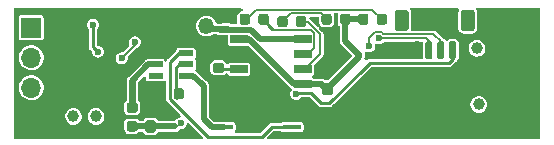
<source format=gbr>
%TF.GenerationSoftware,KiCad,Pcbnew,(5.99.0-3299-gfc1665ff2)*%
%TF.CreationDate,2020-09-21T16:58:29+07:00*%
%TF.ProjectId,smart_wristband,736d6172-745f-4777-9269-737462616e64,rev?*%
%TF.SameCoordinates,Original*%
%TF.FileFunction,Copper,L2,Bot*%
%TF.FilePolarity,Positive*%
%FSLAX46Y46*%
G04 Gerber Fmt 4.6, Leading zero omitted, Abs format (unit mm)*
G04 Created by KiCad (PCBNEW (5.99.0-3299-gfc1665ff2)) date 2020-09-21 16:58:29*
%MOMM*%
%LPD*%
G01*
G04 APERTURE LIST*
%TA.AperFunction,ComponentPad*%
%ADD10C,1.000000*%
%TD*%
%TA.AperFunction,ComponentPad*%
%ADD11R,1.700000X1.700000*%
%TD*%
%TA.AperFunction,ComponentPad*%
%ADD12O,1.700000X1.700000*%
%TD*%
%TA.AperFunction,SMDPad,CuDef*%
%ADD13R,1.350000X1.350000*%
%TD*%
%TA.AperFunction,SMDPad,CuDef*%
%ADD14O,1.350000X1.350000*%
%TD*%
%TA.AperFunction,SMDPad,CuDef*%
%ADD15R,1.560000X0.400000*%
%TD*%
%TA.AperFunction,SMDPad,CuDef*%
%ADD16R,1.200000X0.550000*%
%TD*%
%TA.AperFunction,SMDPad,CuDef*%
%ADD17R,1.500000X0.650000*%
%TD*%
%TA.AperFunction,ViaPad*%
%ADD18C,1.000000*%
%TD*%
%TA.AperFunction,ViaPad*%
%ADD19C,0.600000*%
%TD*%
%TA.AperFunction,Conductor*%
%ADD20C,0.150000*%
%TD*%
%TA.AperFunction,Conductor*%
%ADD21C,0.254000*%
%TD*%
%TA.AperFunction,Conductor*%
%ADD22C,0.500000*%
%TD*%
G04 APERTURE END LIST*
%TO.P,J5,MP*%
%TO.N,N/C*%
%TA.AperFunction,SMDPad,CuDef*%
G36*
G01*
X136100000Y-91575000D02*
X136100000Y-92875000D01*
G75*
G02*
X135850000Y-93125000I-250000J0D01*
G01*
X135150000Y-93125000D01*
G75*
G02*
X134900000Y-92875000I0J250000D01*
G01*
X134900000Y-91575000D01*
G75*
G02*
X135150000Y-91325000I250000J0D01*
G01*
X135850000Y-91325000D01*
G75*
G02*
X136100000Y-91575000I0J-250000D01*
G01*
G37*
%TD.AperFunction*%
%TA.AperFunction,SMDPad,CuDef*%
G36*
G01*
X141700000Y-91575000D02*
X141700000Y-92875000D01*
G75*
G02*
X141450000Y-93125000I-250000J0D01*
G01*
X140750000Y-93125000D01*
G75*
G02*
X140500000Y-92875000I0J250000D01*
G01*
X140500000Y-91575000D01*
G75*
G02*
X140750000Y-91325000I250000J0D01*
G01*
X141450000Y-91325000D01*
G75*
G02*
X141700000Y-91575000I0J-250000D01*
G01*
G37*
%TD.AperFunction*%
%TO.P,J5,4,Pin_4*%
%TO.N,GND*%
%TA.AperFunction,SMDPad,CuDef*%
G36*
G01*
X137100000Y-94125000D02*
X137100000Y-95375000D01*
G75*
G02*
X136950000Y-95525000I-150000J0D01*
G01*
X136650000Y-95525000D01*
G75*
G02*
X136500000Y-95375000I0J150000D01*
G01*
X136500000Y-94125000D01*
G75*
G02*
X136650000Y-93975000I150000J0D01*
G01*
X136950000Y-93975000D01*
G75*
G02*
X137100000Y-94125000I0J-150000D01*
G01*
G37*
%TD.AperFunction*%
%TO.P,J5,3,Pin_3*%
%TO.N,USB_DP*%
%TA.AperFunction,SMDPad,CuDef*%
G36*
G01*
X138100000Y-94125000D02*
X138100000Y-95375000D01*
G75*
G02*
X137950000Y-95525000I-150000J0D01*
G01*
X137650000Y-95525000D01*
G75*
G02*
X137500000Y-95375000I0J150000D01*
G01*
X137500000Y-94125000D01*
G75*
G02*
X137650000Y-93975000I150000J0D01*
G01*
X137950000Y-93975000D01*
G75*
G02*
X138100000Y-94125000I0J-150000D01*
G01*
G37*
%TD.AperFunction*%
%TO.P,J5,2,Pin_2*%
%TO.N,USB_DM*%
%TA.AperFunction,SMDPad,CuDef*%
G36*
G01*
X139100000Y-94125000D02*
X139100000Y-95375000D01*
G75*
G02*
X138950000Y-95525000I-150000J0D01*
G01*
X138650000Y-95525000D01*
G75*
G02*
X138500000Y-95375000I0J150000D01*
G01*
X138500000Y-94125000D01*
G75*
G02*
X138650000Y-93975000I150000J0D01*
G01*
X138950000Y-93975000D01*
G75*
G02*
X139100000Y-94125000I0J-150000D01*
G01*
G37*
%TD.AperFunction*%
%TO.P,J5,1,Pin_1*%
%TO.N,+3V3*%
%TA.AperFunction,SMDPad,CuDef*%
G36*
G01*
X140100000Y-94125000D02*
X140100000Y-95375000D01*
G75*
G02*
X139950000Y-95525000I-150000J0D01*
G01*
X139650000Y-95525000D01*
G75*
G02*
X139500000Y-95375000I0J150000D01*
G01*
X139500000Y-94125000D01*
G75*
G02*
X139650000Y-93975000I150000J0D01*
G01*
X139950000Y-93975000D01*
G75*
G02*
X140100000Y-94125000I0J-150000D01*
G01*
G37*
%TD.AperFunction*%
%TD*%
D10*
%TO.P,Y1,1,1*%
%TO.N,Net-(C4-Pad2)*%
X109600000Y-100350000D03*
%TO.P,Y1,2,2*%
%TO.N,Net-(C3-Pad2)*%
X107700000Y-100350000D03*
%TD*%
D11*
%TO.P,J2,1,Pin_1*%
%TO.N,+3V3*%
X104125000Y-92825000D03*
D12*
%TO.P,J2,2,Pin_2*%
%TO.N,SDA*%
X104125000Y-95365000D03*
%TO.P,J2,3,Pin_3*%
%TO.N,SCL*%
X104125000Y-97905000D03*
%TO.P,J2,4,Pin_4*%
%TO.N,GND*%
X104125000Y-100445000D03*
%TD*%
%TO.P,D1,1,K*%
%TO.N,Net-(D1-Pad1)*%
%TA.AperFunction,SMDPad,CuDef*%
G36*
G01*
X127400000Y-92068750D02*
X127400000Y-92581250D01*
G75*
G02*
X127181250Y-92800000I-218750J0D01*
G01*
X126743750Y-92800000D01*
G75*
G02*
X126525000Y-92581250I0J218750D01*
G01*
X126525000Y-92068750D01*
G75*
G02*
X126743750Y-91850000I218750J0D01*
G01*
X127181250Y-91850000D01*
G75*
G02*
X127400000Y-92068750I0J-218750D01*
G01*
G37*
%TD.AperFunction*%
%TO.P,D1,2,A*%
%TO.N,Net-(D1-Pad2)*%
%TA.AperFunction,SMDPad,CuDef*%
G36*
G01*
X125825000Y-92068750D02*
X125825000Y-92581250D01*
G75*
G02*
X125606250Y-92800000I-218750J0D01*
G01*
X125168750Y-92800000D01*
G75*
G02*
X124950000Y-92581250I0J218750D01*
G01*
X124950000Y-92068750D01*
G75*
G02*
X125168750Y-91850000I218750J0D01*
G01*
X125606250Y-91850000D01*
G75*
G02*
X125825000Y-92068750I0J-218750D01*
G01*
G37*
%TD.AperFunction*%
%TD*%
%TO.P,R4,1*%
%TO.N,Vdrive*%
%TA.AperFunction,SMDPad,CuDef*%
G36*
G01*
X112931250Y-101625000D02*
X112418750Y-101625000D01*
G75*
G02*
X112200000Y-101406250I0J218750D01*
G01*
X112200000Y-100968750D01*
G75*
G02*
X112418750Y-100750000I218750J0D01*
G01*
X112931250Y-100750000D01*
G75*
G02*
X113150000Y-100968750I0J-218750D01*
G01*
X113150000Y-101406250D01*
G75*
G02*
X112931250Y-101625000I-218750J0D01*
G01*
G37*
%TD.AperFunction*%
%TO.P,R4,2*%
%TO.N,Net-(IC2-Pad5)*%
%TA.AperFunction,SMDPad,CuDef*%
G36*
G01*
X112931250Y-100050000D02*
X112418750Y-100050000D01*
G75*
G02*
X112200000Y-99831250I0J218750D01*
G01*
X112200000Y-99393750D01*
G75*
G02*
X112418750Y-99175000I218750J0D01*
G01*
X112931250Y-99175000D01*
G75*
G02*
X113150000Y-99393750I0J-218750D01*
G01*
X113150000Y-99831250D01*
G75*
G02*
X112931250Y-100050000I-218750J0D01*
G01*
G37*
%TD.AperFunction*%
%TD*%
%TO.P,R7,1*%
%TO.N,+5V*%
%TA.AperFunction,SMDPad,CuDef*%
G36*
G01*
X131800000Y-92381250D02*
X131800000Y-91868750D01*
G75*
G02*
X132018750Y-91650000I218750J0D01*
G01*
X132456250Y-91650000D01*
G75*
G02*
X132675000Y-91868750I0J-218750D01*
G01*
X132675000Y-92381250D01*
G75*
G02*
X132456250Y-92600000I-218750J0D01*
G01*
X132018750Y-92600000D01*
G75*
G02*
X131800000Y-92381250I0J218750D01*
G01*
G37*
%TD.AperFunction*%
%TO.P,R7,2*%
%TO.N,Net-(D2-Pad2)*%
%TA.AperFunction,SMDPad,CuDef*%
G36*
G01*
X133375000Y-92381250D02*
X133375000Y-91868750D01*
G75*
G02*
X133593750Y-91650000I218750J0D01*
G01*
X134031250Y-91650000D01*
G75*
G02*
X134250000Y-91868750I0J-218750D01*
G01*
X134250000Y-92381250D01*
G75*
G02*
X134031250Y-92600000I-218750J0D01*
G01*
X133593750Y-92600000D01*
G75*
G02*
X133375000Y-92381250I0J218750D01*
G01*
G37*
%TD.AperFunction*%
%TD*%
D13*
%TO.P,J4,1,Pin_1*%
%TO.N,GND*%
X116950000Y-92700000D03*
D14*
%TO.P,J4,2,Pin_2*%
%TO.N,Net-(C10-Pad1)*%
X118950000Y-92700000D03*
%TD*%
%TO.P,C10,1*%
%TO.N,Net-(C10-Pad1)*%
%TA.AperFunction,SMDPad,CuDef*%
G36*
G01*
X120772500Y-93245000D02*
X120427500Y-93245000D01*
G75*
G02*
X120280000Y-93097500I0J147500D01*
G01*
X120280000Y-92802500D01*
G75*
G02*
X120427500Y-92655000I147500J0D01*
G01*
X120772500Y-92655000D01*
G75*
G02*
X120920000Y-92802500I0J-147500D01*
G01*
X120920000Y-93097500D01*
G75*
G02*
X120772500Y-93245000I-147500J0D01*
G01*
G37*
%TD.AperFunction*%
%TO.P,C10,2*%
%TO.N,GND*%
%TA.AperFunction,SMDPad,CuDef*%
G36*
G01*
X120772500Y-92275000D02*
X120427500Y-92275000D01*
G75*
G02*
X120280000Y-92127500I0J147500D01*
G01*
X120280000Y-91832500D01*
G75*
G02*
X120427500Y-91685000I147500J0D01*
G01*
X120772500Y-91685000D01*
G75*
G02*
X120920000Y-91832500I0J-147500D01*
G01*
X120920000Y-92127500D01*
G75*
G02*
X120772500Y-92275000I-147500J0D01*
G01*
G37*
%TD.AperFunction*%
%TD*%
D15*
%TO.P,Q1,1*%
%TO.N,GND*%
X126205000Y-99300000D03*
%TO.P,Q1,2*%
X126205000Y-99950000D03*
%TO.P,Q1,3*%
X126205000Y-100600000D03*
%TO.P,Q1,4*%
%TO.N,Net-(IC2-Pad1)*%
X126205000Y-101250000D03*
%TO.P,Q1,5*%
%TO.N,Net-(IC2-Pad3)*%
X120445000Y-101250000D03*
%TO.P,Q1,6*%
%TO.N,GND*%
X120445000Y-100600000D03*
%TO.P,Q1,7*%
X120445000Y-99950000D03*
%TO.P,Q1,8*%
X120445000Y-99300000D03*
%TD*%
%TO.P,C5,1*%
%TO.N,+5V*%
%TA.AperFunction,SMDPad,CuDef*%
G36*
G01*
X129437500Y-98550000D02*
X128962500Y-98550000D01*
G75*
G02*
X128725000Y-98312500I0J237500D01*
G01*
X128725000Y-97737500D01*
G75*
G02*
X128962500Y-97500000I237500J0D01*
G01*
X129437500Y-97500000D01*
G75*
G02*
X129675000Y-97737500I0J-237500D01*
G01*
X129675000Y-98312500D01*
G75*
G02*
X129437500Y-98550000I-237500J0D01*
G01*
G37*
%TD.AperFunction*%
%TO.P,C5,2*%
%TO.N,GND*%
%TA.AperFunction,SMDPad,CuDef*%
G36*
G01*
X129437500Y-96800000D02*
X128962500Y-96800000D01*
G75*
G02*
X128725000Y-96562500I0J237500D01*
G01*
X128725000Y-95987500D01*
G75*
G02*
X128962500Y-95750000I237500J0D01*
G01*
X129437500Y-95750000D01*
G75*
G02*
X129675000Y-95987500I0J-237500D01*
G01*
X129675000Y-96562500D01*
G75*
G02*
X129437500Y-96800000I-237500J0D01*
G01*
G37*
%TD.AperFunction*%
%TD*%
%TO.P,D2,1,K*%
%TO.N,Net-(D2-Pad1)*%
%TA.AperFunction,SMDPad,CuDef*%
G36*
G01*
X124225000Y-91868750D02*
X124225000Y-92381250D01*
G75*
G02*
X124006250Y-92600000I-218750J0D01*
G01*
X123568750Y-92600000D01*
G75*
G02*
X123350000Y-92381250I0J218750D01*
G01*
X123350000Y-91868750D01*
G75*
G02*
X123568750Y-91650000I218750J0D01*
G01*
X124006250Y-91650000D01*
G75*
G02*
X124225000Y-91868750I0J-218750D01*
G01*
G37*
%TD.AperFunction*%
%TO.P,D2,2,A*%
%TO.N,Net-(D2-Pad2)*%
%TA.AperFunction,SMDPad,CuDef*%
G36*
G01*
X122650000Y-91868750D02*
X122650000Y-92381250D01*
G75*
G02*
X122431250Y-92600000I-218750J0D01*
G01*
X121993750Y-92600000D01*
G75*
G02*
X121775000Y-92381250I0J218750D01*
G01*
X121775000Y-91868750D01*
G75*
G02*
X121993750Y-91650000I218750J0D01*
G01*
X122431250Y-91650000D01*
G75*
G02*
X122650000Y-91868750I0J-218750D01*
G01*
G37*
%TD.AperFunction*%
%TD*%
%TO.P,R6,1*%
%TO.N,+5V*%
%TA.AperFunction,SMDPad,CuDef*%
G36*
G01*
X131150000Y-91868750D02*
X131150000Y-92381250D01*
G75*
G02*
X130931250Y-92600000I-218750J0D01*
G01*
X130493750Y-92600000D01*
G75*
G02*
X130275000Y-92381250I0J218750D01*
G01*
X130275000Y-91868750D01*
G75*
G02*
X130493750Y-91650000I218750J0D01*
G01*
X130931250Y-91650000D01*
G75*
G02*
X131150000Y-91868750I0J-218750D01*
G01*
G37*
%TD.AperFunction*%
%TO.P,R6,2*%
%TO.N,Net-(D1-Pad2)*%
%TA.AperFunction,SMDPad,CuDef*%
G36*
G01*
X129575000Y-91868750D02*
X129575000Y-92381250D01*
G75*
G02*
X129356250Y-92600000I-218750J0D01*
G01*
X128918750Y-92600000D01*
G75*
G02*
X128700000Y-92381250I0J218750D01*
G01*
X128700000Y-91868750D01*
G75*
G02*
X128918750Y-91650000I218750J0D01*
G01*
X129356250Y-91650000D01*
G75*
G02*
X129575000Y-91868750I0J-218750D01*
G01*
G37*
%TD.AperFunction*%
%TD*%
D16*
%TO.P,IC2,1,OD*%
%TO.N,Net-(IC2-Pad1)*%
X117250000Y-95000000D03*
%TO.P,IC2,2,CS*%
%TO.N,Net-(IC2-Pad2)*%
X117250000Y-95950000D03*
%TO.P,IC2,3,OC*%
%TO.N,Net-(IC2-Pad3)*%
X117250000Y-96900000D03*
%TO.P,IC2,4,TD*%
%TO.N,Net-(IC2-Pad4)*%
X114650000Y-96900000D03*
%TO.P,IC2,5,VCC*%
%TO.N,Net-(IC2-Pad5)*%
X114650000Y-95950000D03*
%TO.P,IC2,6,GND*%
%TO.N,GND*%
X114650000Y-95000000D03*
%TD*%
%TO.P,R3,1*%
%TO.N,Net-(IC1-Pad2)*%
%TA.AperFunction,SMDPad,CuDef*%
G36*
G01*
X119718750Y-95800000D02*
X120231250Y-95800000D01*
G75*
G02*
X120450000Y-96018750I0J-218750D01*
G01*
X120450000Y-96456250D01*
G75*
G02*
X120231250Y-96675000I-218750J0D01*
G01*
X119718750Y-96675000D01*
G75*
G02*
X119500000Y-96456250I0J218750D01*
G01*
X119500000Y-96018750D01*
G75*
G02*
X119718750Y-95800000I218750J0D01*
G01*
G37*
%TD.AperFunction*%
%TO.P,R3,2*%
%TO.N,GND*%
%TA.AperFunction,SMDPad,CuDef*%
G36*
G01*
X119718750Y-97375000D02*
X120231250Y-97375000D01*
G75*
G02*
X120450000Y-97593750I0J-218750D01*
G01*
X120450000Y-98031250D01*
G75*
G02*
X120231250Y-98250000I-218750J0D01*
G01*
X119718750Y-98250000D01*
G75*
G02*
X119500000Y-98031250I0J218750D01*
G01*
X119500000Y-97593750D01*
G75*
G02*
X119718750Y-97375000I218750J0D01*
G01*
G37*
%TD.AperFunction*%
%TD*%
D17*
%TO.P,IC1,1,TEMP*%
%TO.N,GND*%
X121725000Y-97630000D03*
%TO.P,IC1,2,PROG*%
%TO.N,Net-(IC1-Pad2)*%
X121725000Y-96360000D03*
%TO.P,IC1,3,GND*%
%TO.N,GND*%
X121725000Y-95090000D03*
%TO.P,IC1,4,VCC*%
%TO.N,+5V*%
X121725000Y-93820000D03*
%TO.P,IC1,5,BAT*%
%TO.N,Net-(C10-Pad1)*%
X127125000Y-93820000D03*
%TO.P,IC1,6,STDBY*%
%TO.N,Net-(D2-Pad1)*%
X127125000Y-95090000D03*
%TO.P,IC1,7,CHRG*%
%TO.N,Net-(D1-Pad1)*%
X127125000Y-96360000D03*
%TO.P,IC1,8,CE*%
%TO.N,+5V*%
X127125000Y-97630000D03*
%TD*%
%TO.P,R5,1*%
%TO.N,Net-(IC2-Pad2)*%
%TA.AperFunction,SMDPad,CuDef*%
G36*
G01*
X117050000Y-98168750D02*
X117050000Y-98681250D01*
G75*
G02*
X116831250Y-98900000I-218750J0D01*
G01*
X116393750Y-98900000D01*
G75*
G02*
X116175000Y-98681250I0J218750D01*
G01*
X116175000Y-98168750D01*
G75*
G02*
X116393750Y-97950000I218750J0D01*
G01*
X116831250Y-97950000D01*
G75*
G02*
X117050000Y-98168750I0J-218750D01*
G01*
G37*
%TD.AperFunction*%
%TO.P,R5,2*%
%TO.N,GND*%
%TA.AperFunction,SMDPad,CuDef*%
G36*
G01*
X115475000Y-98168750D02*
X115475000Y-98681250D01*
G75*
G02*
X115256250Y-98900000I-218750J0D01*
G01*
X114818750Y-98900000D01*
G75*
G02*
X114600000Y-98681250I0J218750D01*
G01*
X114600000Y-98168750D01*
G75*
G02*
X114818750Y-97950000I218750J0D01*
G01*
X115256250Y-97950000D01*
G75*
G02*
X115475000Y-98168750I0J-218750D01*
G01*
G37*
%TD.AperFunction*%
%TD*%
%TO.P,C8,1*%
%TO.N,Vdrive*%
%TA.AperFunction,SMDPad,CuDef*%
G36*
G01*
X114462500Y-101725000D02*
X113987500Y-101725000D01*
G75*
G02*
X113750000Y-101487500I0J237500D01*
G01*
X113750000Y-100912500D01*
G75*
G02*
X113987500Y-100675000I237500J0D01*
G01*
X114462500Y-100675000D01*
G75*
G02*
X114700000Y-100912500I0J-237500D01*
G01*
X114700000Y-101487500D01*
G75*
G02*
X114462500Y-101725000I-237500J0D01*
G01*
G37*
%TD.AperFunction*%
%TO.P,C8,2*%
%TO.N,GND*%
%TA.AperFunction,SMDPad,CuDef*%
G36*
G01*
X114462500Y-99975000D02*
X113987500Y-99975000D01*
G75*
G02*
X113750000Y-99737500I0J237500D01*
G01*
X113750000Y-99162500D01*
G75*
G02*
X113987500Y-98925000I237500J0D01*
G01*
X114462500Y-98925000D01*
G75*
G02*
X114700000Y-99162500I0J-237500D01*
G01*
X114700000Y-99737500D01*
G75*
G02*
X114462500Y-99975000I-237500J0D01*
G01*
G37*
%TD.AperFunction*%
%TD*%
D18*
%TO.N,CAP_Touch1*%
X142000000Y-99325000D03*
%TO.N,CAP_Touch*%
X141875000Y-94575000D03*
D19*
%TO.N,GND*%
X120600000Y-91925000D03*
X133650000Y-94800000D03*
X122450000Y-100600000D03*
X111775000Y-92275000D03*
X110850000Y-96050000D03*
X121975000Y-99775000D03*
X127850000Y-99435000D03*
%TO.N,+3V3*%
X126562500Y-98462500D03*
%TO.N,GND*%
X116000000Y-94625000D03*
X119975000Y-99875000D03*
%TO.N,USB_DM*%
X132750000Y-94425000D03*
%TO.N,USB_DP*%
X133550010Y-93749990D03*
%TO.N,GND*%
X115825000Y-99775000D03*
X114225000Y-99450000D03*
X122150000Y-97630000D03*
X114225000Y-98625000D03*
X134075000Y-100975000D03*
X109975000Y-96025000D03*
X129450000Y-93800000D03*
X110992500Y-100942500D03*
X116425000Y-92250000D03*
%TO.N,SDA*%
X112887500Y-94062500D03*
X111777500Y-95425000D03*
%TO.N,SCL*%
X109754278Y-94875000D03*
X109360000Y-92600000D03*
%TO.N,+5V*%
X131900000Y-95175000D03*
%TO.N,Vdrive*%
X116775000Y-100925000D03*
%TD*%
D20*
%TO.N,Net-(D2-Pad1)*%
X123787500Y-92125000D02*
X124687510Y-93025010D01*
X124687510Y-93025010D02*
X127810012Y-93025010D01*
X127810012Y-93025010D02*
X128100001Y-93314999D01*
X128100001Y-93314999D02*
X128100001Y-94539999D01*
X128100001Y-94539999D02*
X127550000Y-95090000D01*
X127550000Y-95090000D02*
X127125000Y-95090000D01*
%TO.N,Net-(D1-Pad1)*%
X126962500Y-92325000D02*
X127534280Y-92325000D01*
X127534280Y-92325000D02*
X128600010Y-93390730D01*
X128600010Y-93390730D02*
X128600010Y-95094992D01*
X128600010Y-95094992D02*
X127335002Y-96360000D01*
X127335002Y-96360000D02*
X127125000Y-96360000D01*
D21*
%TO.N,GND*%
X122450000Y-100600000D02*
X126205000Y-100600000D01*
%TO.N,+3V3*%
X128675000Y-99200000D02*
X127825000Y-98350000D01*
X129281614Y-99200000D02*
X128675000Y-99200000D01*
X127825000Y-98350000D02*
X126625000Y-98350000D01*
X132175000Y-96400000D02*
X129450000Y-99125000D01*
X129450000Y-99125000D02*
X129375000Y-99200000D01*
X129375000Y-99200000D02*
X129281614Y-99200000D01*
X132772990Y-95802010D02*
X132175000Y-96400000D01*
X134352010Y-95802010D02*
X132772990Y-95802010D01*
X139522990Y-95802010D02*
X134352010Y-95802010D01*
X139800000Y-95525000D02*
X139522990Y-95802010D01*
X139800000Y-94750000D02*
X139800000Y-95525000D01*
%TO.N,GND*%
X119975000Y-99875000D02*
X119975000Y-100130000D01*
D20*
%TO.N,USB_DM*%
X133802011Y-93224989D02*
X133200011Y-93224989D01*
X132750000Y-94425000D02*
X132750000Y-93675000D01*
X132750000Y-93675000D02*
X133200011Y-93224989D01*
D22*
%TO.N,+5V*%
X130712500Y-92125000D02*
X130712500Y-93987500D01*
X130712500Y-93987500D02*
X131900000Y-95175000D01*
D20*
%TO.N,USB_DM*%
X133927032Y-93350010D02*
X133802011Y-93224989D01*
X138175010Y-93350010D02*
X133927032Y-93350010D01*
X138250000Y-93425000D02*
X138175010Y-93350010D01*
D22*
%TO.N,+5V*%
X132237500Y-92125000D02*
X130712500Y-92125000D01*
D20*
%TO.N,Net-(D2-Pad2)*%
X131437480Y-91324980D02*
X130975020Y-91324980D01*
X130975020Y-91324980D02*
X123175020Y-91324980D01*
X133812500Y-92125000D02*
X133012480Y-91324980D01*
X133012480Y-91324980D02*
X130975020Y-91324980D01*
%TO.N,USB_DM*%
X138800000Y-93975000D02*
X138250000Y-93425000D01*
X138800000Y-94750000D02*
X138800000Y-93975000D01*
%TO.N,USB_DP*%
X137574990Y-93749990D02*
X133550010Y-93749990D01*
X137800000Y-93975000D02*
X137574990Y-93749990D01*
X137800000Y-94750000D02*
X137800000Y-93975000D01*
D21*
%TO.N,GND*%
X121725000Y-95090000D02*
X118702176Y-95090000D01*
X121725000Y-97630000D02*
X120157500Y-97630000D01*
D22*
X114225000Y-99237500D02*
X115037500Y-98425000D01*
D21*
X118702176Y-95090000D02*
X117887176Y-94275000D01*
X122752001Y-97027999D02*
X122150000Y-97630000D01*
D22*
X114225000Y-99450000D02*
X114225000Y-99237500D01*
D21*
X126205000Y-99470000D02*
X126205000Y-99300000D01*
X120445000Y-100600000D02*
X122450000Y-100600000D01*
X117350000Y-92250000D02*
X117350000Y-93785000D01*
X122150000Y-97630000D02*
X121725000Y-97630000D01*
X117887176Y-94275000D02*
X117840000Y-94275000D01*
X119975000Y-97812500D02*
X119975000Y-99875000D01*
X117350000Y-93785000D02*
X117840000Y-94275000D01*
D22*
X118780700Y-95090000D02*
X116950000Y-93259300D01*
X121725000Y-95090000D02*
X118780700Y-95090000D01*
D21*
X122150000Y-95090000D02*
X122752001Y-95692001D01*
X126205000Y-100600000D02*
X126205000Y-99470000D01*
X122752001Y-95692001D02*
X122752001Y-97027999D01*
X119975000Y-100130000D02*
X120445000Y-100600000D01*
X121725000Y-95090000D02*
X122150000Y-95090000D01*
X120157500Y-97630000D02*
X119975000Y-97812500D01*
D22*
X116950000Y-93259300D02*
X116950000Y-92700000D01*
D20*
%TO.N,SDA*%
X112887500Y-94315000D02*
X112887500Y-94062500D01*
X111777500Y-95425000D02*
X112887500Y-94315000D01*
D21*
%TO.N,SCL*%
X109360000Y-92600000D02*
X109360000Y-94480722D01*
X109360000Y-94480722D02*
X109754278Y-94875000D01*
D22*
%TO.N,+5V*%
X129200000Y-98025000D02*
X129025000Y-98025000D01*
X128705000Y-97630000D02*
X127125000Y-97630000D01*
X126410750Y-97630000D02*
X127125000Y-97630000D01*
D20*
X129445000Y-97630000D02*
X128705000Y-97630000D01*
D21*
X127130000Y-97635000D02*
X127125000Y-97630000D01*
D22*
X121725000Y-93820000D02*
X122600750Y-93820000D01*
X131900000Y-95325000D02*
X129200000Y-98025000D01*
D21*
X129200000Y-97635000D02*
X129440000Y-97635000D01*
D20*
X131900000Y-95175000D02*
X129445000Y-97630000D01*
D21*
X129440000Y-97635000D02*
X131900000Y-95175000D01*
D22*
X129025000Y-98025000D02*
X128635000Y-97635000D01*
D21*
X128635000Y-97635000D02*
X127130000Y-97635000D01*
D22*
X122600750Y-93820000D02*
X126410750Y-97630000D01*
D21*
X129200000Y-97635000D02*
X128635000Y-97635000D01*
D22*
X131900000Y-95175000D02*
X131900000Y-95325000D01*
%TO.N,Net-(C10-Pad1)*%
X123520002Y-93820000D02*
X122700012Y-93000010D01*
X122700012Y-93000010D02*
X120100010Y-93000010D01*
X119200000Y-92950000D02*
X118950000Y-92700000D01*
X127125000Y-93820000D02*
X123520002Y-93820000D01*
X120600000Y-92950000D02*
X119200000Y-92950000D01*
D21*
X125355000Y-93820000D02*
X127125000Y-93820000D01*
D20*
%TO.N,Net-(D2-Pad1)*%
X124550010Y-93025010D02*
X123800000Y-92275000D01*
X127810012Y-93025010D02*
X124550010Y-93025010D01*
D21*
%TO.N,Net-(IC1-Pad2)*%
X121725000Y-96360000D02*
X120097500Y-96360000D01*
X120097500Y-96360000D02*
X119975000Y-96237500D01*
%TO.N,Net-(IC2-Pad5)*%
X114050000Y-95950000D02*
X112850000Y-97150000D01*
D22*
X114650000Y-95950000D02*
X114050000Y-95950000D01*
D21*
X112850000Y-97650000D02*
X112850000Y-99675000D01*
D22*
X114050000Y-95950000D02*
X112675000Y-97325000D01*
X112675000Y-97325000D02*
X112675000Y-99612500D01*
D21*
X112850000Y-97500000D02*
X112850000Y-97650000D01*
X112850000Y-97150000D02*
X112850000Y-97650000D01*
X112850000Y-99675000D02*
X112950000Y-99775000D01*
%TO.N,Net-(IC2-Pad2)*%
X116650000Y-95950000D02*
X116372990Y-96227010D01*
X117250000Y-95950000D02*
X116650000Y-95950000D01*
X116372990Y-98710490D02*
X116437500Y-98775000D01*
X116372990Y-96227010D02*
X116372990Y-98185490D01*
X116372990Y-98185490D02*
X116612500Y-98425000D01*
D22*
%TO.N,Net-(IC2-Pad3)*%
X119411000Y-101250000D02*
X118755500Y-100594500D01*
X117250000Y-96900000D02*
X117850000Y-96900000D01*
X117850000Y-96900000D02*
X118575000Y-97625000D01*
X117250000Y-96900000D02*
X117775000Y-96900000D01*
X120445000Y-101250000D02*
X119411000Y-101250000D01*
D21*
X117775000Y-96900000D02*
X117850000Y-96900000D01*
X118575000Y-97625000D02*
X118200000Y-97250000D01*
D22*
X118575000Y-97625000D02*
X118755500Y-97805500D01*
X118755500Y-97805500D02*
X118755500Y-100594500D01*
D21*
%TO.N,Net-(IC2-Pad1)*%
X119082720Y-102075000D02*
X115897990Y-98890270D01*
X123650000Y-102075000D02*
X119082720Y-102075000D01*
X124475000Y-101250000D02*
X123650000Y-102075000D01*
X115897990Y-95752010D02*
X116650000Y-95000000D01*
X116650000Y-95000000D02*
X117250000Y-95000000D01*
X126205000Y-101250000D02*
X124475000Y-101250000D01*
X115897990Y-98890270D02*
X115897990Y-95752010D01*
D22*
%TO.N,Vdrive*%
X114225000Y-101200000D02*
X116325000Y-101200000D01*
D21*
X114225000Y-101200000D02*
X115050000Y-101200000D01*
D22*
X112675000Y-101187500D02*
X114212500Y-101187500D01*
X114212500Y-101187500D02*
X114225000Y-101200000D01*
D20*
%TO.N,Net-(D1-Pad2)*%
X128637490Y-91624990D02*
X126087510Y-91624990D01*
X129137500Y-92125000D02*
X128637490Y-91624990D01*
X126087510Y-91624990D02*
X125387500Y-92325000D01*
%TO.N,Net-(D2-Pad2)*%
X123175020Y-91324980D02*
X122225000Y-92275000D01*
%TD*%
%TA.AperFunction,Conductor*%
%TO.N,GND*%
G36*
X121994311Y-91220502D02*
G01*
X122040804Y-91274158D01*
X122050908Y-91344432D01*
X122021414Y-91409012D01*
X121955038Y-91449153D01*
X121804365Y-91484591D01*
X121677266Y-91580572D01*
X121593422Y-91715983D01*
X121593422Y-91715984D01*
X121571536Y-91833065D01*
X121571536Y-92408834D01*
X121604622Y-92549510D01*
X121024396Y-92549510D01*
X120907854Y-92471639D01*
X120804506Y-92451082D01*
X120395494Y-92451082D01*
X120292145Y-92471639D01*
X120250449Y-92499500D01*
X119821261Y-92499500D01*
X119755450Y-92357073D01*
X119704444Y-92246685D01*
X119589501Y-92095254D01*
X119444723Y-91972038D01*
X119388770Y-91942287D01*
X119276865Y-91882785D01*
X119215826Y-91865743D01*
X119093753Y-91831660D01*
X119060573Y-91829805D01*
X118903937Y-91821046D01*
X118716270Y-91851442D01*
X118553256Y-91915984D01*
X118539506Y-91921428D01*
X118381895Y-92027738D01*
X118381893Y-92027740D01*
X118250792Y-92165409D01*
X118250791Y-92165411D01*
X118250789Y-92165413D01*
X118201569Y-92246685D01*
X118152304Y-92328031D01*
X118091038Y-92507998D01*
X118069846Y-92696928D01*
X118089719Y-92886002D01*
X118149727Y-93066393D01*
X118233512Y-93206943D01*
X118247074Y-93229693D01*
X118377215Y-93368279D01*
X118534080Y-93475687D01*
X118710350Y-93546905D01*
X118897801Y-93578610D01*
X119070770Y-93570150D01*
X119087689Y-93569323D01*
X119209996Y-93536092D01*
X119271150Y-93519477D01*
X119355389Y-93475438D01*
X119439630Y-93431398D01*
X119458040Y-93415949D01*
X119476452Y-93400500D01*
X119892681Y-93400500D01*
X119943553Y-93429871D01*
X120060601Y-93450510D01*
X120771082Y-93450510D01*
X120771082Y-94145002D01*
X120786603Y-94223036D01*
X120830808Y-94289192D01*
X120896964Y-94333397D01*
X120974998Y-94348918D01*
X122492566Y-94348918D01*
X126078300Y-97934654D01*
X126115817Y-97979365D01*
X126116707Y-97980426D01*
X126168467Y-98010309D01*
X126184287Y-98021387D01*
X126186604Y-98033036D01*
X126223355Y-98088038D01*
X126122368Y-98208390D01*
X126062000Y-98374248D01*
X126062000Y-98550752D01*
X126122368Y-98716610D01*
X126235822Y-98851820D01*
X126333892Y-98908441D01*
X126388678Y-98940072D01*
X126562500Y-98970721D01*
X126736322Y-98940072D01*
X126889178Y-98851820D01*
X127002632Y-98716610D01*
X127035449Y-98677500D01*
X127689346Y-98677500D01*
X128420616Y-99408771D01*
X128438886Y-99436114D01*
X128547216Y-99508498D01*
X128642745Y-99527500D01*
X128642749Y-99527500D01*
X128675000Y-99533915D01*
X128707251Y-99527500D01*
X129342749Y-99527500D01*
X129375000Y-99533915D01*
X129407251Y-99527500D01*
X129407255Y-99527500D01*
X129502784Y-99508498D01*
X129611114Y-99436114D01*
X129629386Y-99408768D01*
X129718717Y-99319437D01*
X141291610Y-99319437D01*
X141321290Y-99527979D01*
X141410976Y-99718573D01*
X141502024Y-99818632D01*
X141552742Y-99874370D01*
X141734051Y-99981596D01*
X141938874Y-100030770D01*
X141938878Y-100030770D01*
X142149099Y-100017545D01*
X142346145Y-99943087D01*
X142434734Y-99874370D01*
X142512586Y-99813982D01*
X142633706Y-99641645D01*
X142698798Y-99441312D01*
X142700539Y-99219679D01*
X142638602Y-99018348D01*
X142520203Y-98844129D01*
X142520201Y-98844127D01*
X142355814Y-98712429D01*
X142355813Y-98712429D01*
X142355811Y-98712427D01*
X142159960Y-98634884D01*
X141949967Y-98618357D01*
X141744397Y-98664307D01*
X141561426Y-98768672D01*
X141417232Y-98922224D01*
X141324562Y-99111387D01*
X141291902Y-99317592D01*
X141291610Y-99319437D01*
X129718717Y-99319437D01*
X130373847Y-98664307D01*
X132429383Y-96608773D01*
X132429387Y-96608767D01*
X132908645Y-96129510D01*
X139490739Y-96129510D01*
X139522990Y-96135925D01*
X139555241Y-96129510D01*
X139555245Y-96129510D01*
X139650774Y-96110508D01*
X139759104Y-96038124D01*
X139777376Y-96010778D01*
X140008768Y-95779386D01*
X140036114Y-95761114D01*
X140059494Y-95726124D01*
X140086299Y-95708213D01*
X140086300Y-95708213D01*
X140204340Y-95629340D01*
X140283213Y-95511300D01*
X140303918Y-95407208D01*
X140303918Y-94569437D01*
X141166610Y-94569437D01*
X141196290Y-94777979D01*
X141285976Y-94968573D01*
X141393508Y-95086748D01*
X141427742Y-95124370D01*
X141609051Y-95231596D01*
X141813874Y-95280770D01*
X141813878Y-95280770D01*
X142024099Y-95267545D01*
X142221145Y-95193087D01*
X142288437Y-95140890D01*
X142387586Y-95063982D01*
X142390350Y-95060050D01*
X142508706Y-94891645D01*
X142573798Y-94691312D01*
X142575539Y-94469680D01*
X142533614Y-94333397D01*
X142513602Y-94268348D01*
X142395203Y-94094129D01*
X142395201Y-94094127D01*
X142230814Y-93962429D01*
X142230813Y-93962429D01*
X142230811Y-93962427D01*
X142034960Y-93884884D01*
X141824967Y-93868357D01*
X141619397Y-93914307D01*
X141436426Y-94018672D01*
X141436425Y-94018673D01*
X141385320Y-94073095D01*
X141292232Y-94172224D01*
X141199562Y-94361387D01*
X141168975Y-94554504D01*
X141166610Y-94569437D01*
X140303918Y-94569437D01*
X140303918Y-94092792D01*
X140283213Y-93988700D01*
X140204340Y-93870660D01*
X140086300Y-93791787D01*
X139982208Y-93771082D01*
X139617792Y-93771082D01*
X139513700Y-93791787D01*
X139425070Y-93851009D01*
X139395661Y-93870659D01*
X139300000Y-94013822D01*
X139204339Y-93870659D01*
X139086300Y-93791787D01*
X139072867Y-93789115D01*
X138991214Y-93772873D01*
X138976298Y-93754155D01*
X138961757Y-93747141D01*
X138422848Y-93208233D01*
X138403046Y-93188431D01*
X138396163Y-93174097D01*
X138396163Y-93174096D01*
X138371539Y-93154405D01*
X138358961Y-93144346D01*
X138347858Y-93133243D01*
X138334869Y-93125079D01*
X138316433Y-93110336D01*
X138297999Y-93095594D01*
X138297998Y-93095594D01*
X138297997Y-93095593D01*
X138282200Y-93091975D01*
X138268410Y-93083307D01*
X138220902Y-93077937D01*
X138205941Y-93074510D01*
X138190593Y-93074510D01*
X138143511Y-93069188D01*
X138128271Y-93074510D01*
X136273291Y-93074510D01*
X136303464Y-92913087D01*
X136303464Y-91545618D01*
X136222293Y-91200500D01*
X140224236Y-91200500D01*
X140292357Y-91220502D01*
X140338850Y-91274158D01*
X140348954Y-91344432D01*
X140331362Y-91392832D01*
X140320056Y-91411091D01*
X140296536Y-91536915D01*
X140296536Y-92904382D01*
X140337432Y-93078260D01*
X140440575Y-93214843D01*
X140586091Y-93304944D01*
X140649003Y-93316704D01*
X140711914Y-93328464D01*
X141479382Y-93328464D01*
X141653260Y-93287568D01*
X141789843Y-93184425D01*
X141879944Y-93038909D01*
X141895045Y-92958124D01*
X141903464Y-92913086D01*
X141903464Y-91545619D01*
X141890519Y-91490581D01*
X141822293Y-91200500D01*
X147224501Y-91200500D01*
X147224500Y-102299500D01*
X124192845Y-102299500D01*
X124124724Y-102279498D01*
X124078231Y-102225842D01*
X124068127Y-102155568D01*
X124103750Y-102084404D01*
X124259691Y-101928464D01*
X124610655Y-101577500D01*
X125255827Y-101577500D01*
X125346965Y-101638397D01*
X125424998Y-101653918D01*
X126985002Y-101653918D01*
X127063036Y-101638397D01*
X127129192Y-101594192D01*
X127173397Y-101528036D01*
X127188918Y-101450002D01*
X127188918Y-101049998D01*
X127173397Y-100971964D01*
X127129192Y-100905808D01*
X127063036Y-100861603D01*
X126985002Y-100846082D01*
X125424998Y-100846082D01*
X125346965Y-100861603D01*
X125255827Y-100922500D01*
X124507250Y-100922500D01*
X124474999Y-100916085D01*
X124442748Y-100922500D01*
X124442745Y-100922500D01*
X124347216Y-100941502D01*
X124238886Y-101013886D01*
X124220616Y-101041229D01*
X123514346Y-101747500D01*
X121502485Y-101747500D01*
X121434364Y-101727498D01*
X121387871Y-101673842D01*
X121377767Y-101603568D01*
X121397720Y-101551498D01*
X121413397Y-101528036D01*
X121428918Y-101450002D01*
X121428918Y-101049998D01*
X121413397Y-100971964D01*
X121369192Y-100905808D01*
X121303036Y-100861603D01*
X121225002Y-100846082D01*
X120646392Y-100846082D01*
X120601457Y-100820139D01*
X120484409Y-100799500D01*
X119597603Y-100799500D01*
X119206000Y-100407898D01*
X119206000Y-97825156D01*
X119211208Y-97765631D01*
X119195742Y-97707911D01*
X119185361Y-97649044D01*
X119185361Y-97649043D01*
X119175297Y-97631612D01*
X119170089Y-97612175D01*
X119135814Y-97563225D01*
X119105926Y-97511457D01*
X119060142Y-97473040D01*
X118921423Y-97334321D01*
X118921418Y-97334314D01*
X118182459Y-96595357D01*
X118155856Y-96563652D01*
X118144044Y-96549574D01*
X118092272Y-96519684D01*
X117956950Y-96424931D01*
X118038397Y-96303037D01*
X118053918Y-96225002D01*
X118053918Y-95983067D01*
X119296536Y-95983067D01*
X119296536Y-96483835D01*
X119334591Y-96645635D01*
X119430572Y-96772734D01*
X119565983Y-96856578D01*
X119605011Y-96863873D01*
X119683065Y-96878464D01*
X120258835Y-96878464D01*
X120420635Y-96840409D01*
X120547734Y-96744428D01*
X120582983Y-96687500D01*
X120736132Y-96687500D01*
X120830808Y-96829192D01*
X120896964Y-96873397D01*
X120974998Y-96888918D01*
X122475002Y-96888918D01*
X122553036Y-96873397D01*
X122619192Y-96829192D01*
X122663397Y-96763036D01*
X122678918Y-96685002D01*
X122678918Y-96034998D01*
X122663397Y-95956964D01*
X122619192Y-95890808D01*
X122553036Y-95846603D01*
X122475002Y-95831082D01*
X120974998Y-95831082D01*
X120896964Y-95846603D01*
X120809969Y-95904732D01*
X120807946Y-95901705D01*
X120788741Y-95917753D01*
X120718297Y-95926595D01*
X120654255Y-95895949D01*
X120615809Y-95831066D01*
X120615409Y-95829365D01*
X120519428Y-95702266D01*
X120482030Y-95679110D01*
X120384017Y-95618422D01*
X120344989Y-95611127D01*
X120266935Y-95596536D01*
X119691165Y-95596536D01*
X119529365Y-95634591D01*
X119402266Y-95730572D01*
X119318422Y-95865983D01*
X119296536Y-95983067D01*
X118053918Y-95983067D01*
X118053918Y-95674998D01*
X118038397Y-95596964D01*
X117956903Y-95475000D01*
X118038397Y-95353036D01*
X118053918Y-95275002D01*
X118053918Y-94724998D01*
X118038397Y-94646964D01*
X117994192Y-94580808D01*
X117928036Y-94536603D01*
X117850002Y-94521082D01*
X116649998Y-94521082D01*
X116571964Y-94536603D01*
X116505808Y-94580808D01*
X116461604Y-94646963D01*
X116442097Y-94745035D01*
X116413886Y-94763885D01*
X116411114Y-94768034D01*
X116395616Y-94791229D01*
X115689220Y-95497626D01*
X115661877Y-95515896D01*
X115648838Y-95535411D01*
X115643608Y-95543238D01*
X115643604Y-95543242D01*
X115523051Y-95723662D01*
X115394193Y-95530808D01*
X115328036Y-95486603D01*
X115250002Y-95471082D01*
X114049998Y-95471082D01*
X113971965Y-95486603D01*
X113971963Y-95486604D01*
X113971964Y-95486604D01*
X113931897Y-95513376D01*
X113917606Y-95515896D01*
X113893542Y-95520139D01*
X113876112Y-95530202D01*
X113856675Y-95535410D01*
X113807721Y-95569688D01*
X113755957Y-95599573D01*
X113730980Y-95629340D01*
X113717544Y-95645353D01*
X112370358Y-96992540D01*
X112324574Y-97030956D01*
X112294686Y-97082725D01*
X112281833Y-97101082D01*
X112260410Y-97131677D01*
X112255201Y-97151115D01*
X112245138Y-97168546D01*
X112234759Y-97227404D01*
X112220781Y-97279574D01*
X112219292Y-97285132D01*
X112224500Y-97344657D01*
X112224501Y-99013264D01*
X112139749Y-99077266D01*
X112102266Y-99105572D01*
X112018422Y-99240983D01*
X111996536Y-99358067D01*
X111996536Y-99858835D01*
X112034591Y-100020635D01*
X112130572Y-100147734D01*
X112265983Y-100231578D01*
X112305011Y-100238873D01*
X112383065Y-100253464D01*
X112958835Y-100253464D01*
X113120635Y-100215409D01*
X113247734Y-100119428D01*
X113331578Y-99984017D01*
X113353464Y-99866933D01*
X113353464Y-99366165D01*
X113315409Y-99204365D01*
X113219431Y-99077269D01*
X113219428Y-99077266D01*
X113177500Y-99051305D01*
X113177500Y-97459602D01*
X113398943Y-97238159D01*
X113630987Y-97006116D01*
X113693299Y-96972091D01*
X113764115Y-96977156D01*
X113820950Y-97019703D01*
X113846082Y-97095212D01*
X113846082Y-97175002D01*
X113861603Y-97253036D01*
X113905808Y-97319192D01*
X113971964Y-97363397D01*
X114049998Y-97378918D01*
X115250002Y-97378918D01*
X115328036Y-97363397D01*
X115374488Y-97332358D01*
X115442240Y-97311143D01*
X115510707Y-97329926D01*
X115558151Y-97382743D01*
X115570490Y-97437123D01*
X115570490Y-98858020D01*
X115564075Y-98890270D01*
X115570490Y-98922520D01*
X115570490Y-98922524D01*
X115589492Y-99018053D01*
X115589493Y-99018054D01*
X115589493Y-99018055D01*
X115661875Y-99126384D01*
X115680067Y-99138539D01*
X115689222Y-99144656D01*
X116762262Y-100217696D01*
X116796288Y-100280008D01*
X116791223Y-100350823D01*
X116748676Y-100407659D01*
X116695047Y-100430877D01*
X116601178Y-100447428D01*
X116448322Y-100535680D01*
X116334868Y-100670890D01*
X116306256Y-100749500D01*
X114889916Y-100749500D01*
X114837865Y-100680572D01*
X114763427Y-100582000D01*
X114763426Y-100581999D01*
X114621954Y-100494403D01*
X114540401Y-100479158D01*
X114499625Y-100471536D01*
X113958836Y-100471536D01*
X113789789Y-100511296D01*
X113682485Y-100592328D01*
X113657000Y-100611573D01*
X113579339Y-100737000D01*
X113283417Y-100737000D01*
X113219428Y-100652266D01*
X113084017Y-100568422D01*
X113044989Y-100561127D01*
X112966935Y-100546536D01*
X112391165Y-100546536D01*
X112229365Y-100584591D01*
X112102266Y-100680572D01*
X112018422Y-100815983D01*
X111996536Y-100933067D01*
X111996536Y-101433835D01*
X112034591Y-101595635D01*
X112130572Y-101722734D01*
X112265983Y-101806578D01*
X112305011Y-101813873D01*
X112383065Y-101828464D01*
X112958835Y-101828464D01*
X113120635Y-101790409D01*
X113247734Y-101694428D01*
X113253441Y-101685211D01*
X113282673Y-101638000D01*
X113550644Y-101638000D01*
X113586296Y-101685211D01*
X113665738Y-101790409D01*
X113686574Y-101818001D01*
X113828046Y-101905597D01*
X113909599Y-101920842D01*
X113950375Y-101928464D01*
X114491164Y-101928464D01*
X114660211Y-101888704D01*
X114793001Y-101788426D01*
X114878400Y-101650500D01*
X116364409Y-101650500D01*
X116435299Y-101638000D01*
X116481458Y-101629861D01*
X116619043Y-101550427D01*
X116724815Y-101424372D01*
X116775000Y-101433221D01*
X116775035Y-101433215D01*
X116948822Y-101402572D01*
X117101678Y-101314320D01*
X117215132Y-101179110D01*
X117275500Y-101013252D01*
X117283099Y-100992374D01*
X117287574Y-100994003D01*
X117295502Y-100967003D01*
X117349158Y-100920510D01*
X117419432Y-100910406D01*
X117490595Y-100946029D01*
X118628971Y-102084405D01*
X118662997Y-102146717D01*
X118657932Y-102217532D01*
X118615385Y-102274368D01*
X118539876Y-102299500D01*
X102675500Y-102299500D01*
X102675500Y-100427378D01*
X106999117Y-100427378D01*
X107037806Y-100592329D01*
X107114724Y-100743289D01*
X107225431Y-100871544D01*
X107330242Y-100946029D01*
X107363536Y-100969690D01*
X107521067Y-101032061D01*
X107688921Y-101055054D01*
X107688924Y-101055054D01*
X107820469Y-101041228D01*
X107857424Y-101037344D01*
X107924341Y-101013252D01*
X108016833Y-100979953D01*
X108157952Y-100886193D01*
X108272633Y-100761479D01*
X108354255Y-100613009D01*
X108398106Y-100449355D01*
X108398336Y-100427378D01*
X108899117Y-100427378D01*
X108937806Y-100592329D01*
X109014724Y-100743289D01*
X109125431Y-100871544D01*
X109230242Y-100946029D01*
X109263536Y-100969690D01*
X109421067Y-101032061D01*
X109588921Y-101055054D01*
X109588924Y-101055054D01*
X109720469Y-101041228D01*
X109757424Y-101037344D01*
X109824341Y-101013252D01*
X109916833Y-100979953D01*
X110057952Y-100886193D01*
X110172633Y-100761479D01*
X110254255Y-100613009D01*
X110298106Y-100449355D01*
X110300034Y-100265287D01*
X110287783Y-100215409D01*
X110259620Y-100100749D01*
X110181125Y-99950604D01*
X110069082Y-99823516D01*
X110062055Y-99818632D01*
X109929956Y-99726821D01*
X109771783Y-99666103D01*
X109603692Y-99644869D01*
X109435388Y-99664342D01*
X109435385Y-99664343D01*
X109276589Y-99723399D01*
X109276588Y-99723400D01*
X109276587Y-99723400D01*
X109136458Y-99818632D01*
X109086272Y-99874369D01*
X109023087Y-99944542D01*
X108943027Y-100093855D01*
X108943026Y-100093857D01*
X108900892Y-100257961D01*
X108899117Y-100427378D01*
X108398336Y-100427378D01*
X108400034Y-100265287D01*
X108387783Y-100215409D01*
X108359620Y-100100749D01*
X108281125Y-99950604D01*
X108169082Y-99823516D01*
X108162055Y-99818632D01*
X108029956Y-99726821D01*
X107871783Y-99666103D01*
X107703692Y-99644869D01*
X107535388Y-99664342D01*
X107535385Y-99664343D01*
X107376589Y-99723399D01*
X107376588Y-99723400D01*
X107376587Y-99723400D01*
X107236458Y-99818632D01*
X107186272Y-99874369D01*
X107123087Y-99944542D01*
X107043027Y-100093855D01*
X107043026Y-100093857D01*
X107000892Y-100257961D01*
X106999117Y-100427378D01*
X102675500Y-100427378D01*
X102675500Y-97993289D01*
X103073620Y-97993289D01*
X103110791Y-98195817D01*
X103186596Y-98387279D01*
X103298139Y-98560359D01*
X103441182Y-98708484D01*
X103610269Y-98826003D01*
X103798962Y-98908441D01*
X104000077Y-98952659D01*
X104205943Y-98956970D01*
X104205945Y-98956970D01*
X104266736Y-98946251D01*
X104408731Y-98921215D01*
X104600715Y-98846748D01*
X104734668Y-98761738D01*
X104774572Y-98736414D01*
X104923690Y-98594411D01*
X105042387Y-98426148D01*
X105126140Y-98238035D01*
X105171760Y-98037237D01*
X105175045Y-97802042D01*
X105168388Y-97768422D01*
X105135050Y-97600050D01*
X105095814Y-97504859D01*
X105056580Y-97409670D01*
X105038690Y-97382743D01*
X104942629Y-97238160D01*
X104797535Y-97092049D01*
X104797533Y-97092047D01*
X104626822Y-96976900D01*
X104436996Y-96897105D01*
X104436995Y-96897105D01*
X104436993Y-96897104D01*
X104235289Y-96855700D01*
X104080853Y-96854622D01*
X104029375Y-96854262D01*
X104029374Y-96854262D01*
X103827106Y-96892847D01*
X103731646Y-96931416D01*
X103636186Y-96969984D01*
X103463883Y-97082736D01*
X103316762Y-97226808D01*
X103200426Y-97396711D01*
X103200426Y-97396712D01*
X103129058Y-97563228D01*
X103119308Y-97585976D01*
X103105902Y-97649044D01*
X103076495Y-97787391D01*
X103073620Y-97993289D01*
X102675500Y-97993289D01*
X102675500Y-95453289D01*
X103073620Y-95453289D01*
X103110791Y-95655817D01*
X103186596Y-95847279D01*
X103298139Y-96020359D01*
X103441182Y-96168484D01*
X103610269Y-96286003D01*
X103798962Y-96368441D01*
X104000077Y-96412659D01*
X104205943Y-96416970D01*
X104205945Y-96416970D01*
X104266736Y-96406251D01*
X104408731Y-96381215D01*
X104600715Y-96306748D01*
X104774570Y-96196415D01*
X104774572Y-96196414D01*
X104923690Y-96054411D01*
X104935180Y-96038124D01*
X104992432Y-95956964D01*
X105042387Y-95886148D01*
X105126140Y-95698035D01*
X105171760Y-95497237D01*
X105175045Y-95262042D01*
X105169017Y-95231596D01*
X105135050Y-95060050D01*
X105068361Y-94898252D01*
X105056580Y-94869670D01*
X105035308Y-94837653D01*
X104942629Y-94698160D01*
X104797535Y-94552049D01*
X104797533Y-94552047D01*
X104626822Y-94436900D01*
X104436996Y-94357105D01*
X104436995Y-94357105D01*
X104436993Y-94357104D01*
X104235289Y-94315700D01*
X104080853Y-94314621D01*
X104029375Y-94314262D01*
X104029374Y-94314262D01*
X103827106Y-94352847D01*
X103731646Y-94391416D01*
X103636186Y-94429984D01*
X103463883Y-94542736D01*
X103316762Y-94686808D01*
X103200426Y-94856711D01*
X103119308Y-95045976D01*
X103102314Y-95125924D01*
X103076495Y-95247391D01*
X103073620Y-95453289D01*
X102675500Y-95453289D01*
X102675500Y-91974998D01*
X103071082Y-91974998D01*
X103071082Y-93675002D01*
X103086603Y-93753036D01*
X103130808Y-93819192D01*
X103196964Y-93863397D01*
X103274998Y-93878918D01*
X104975002Y-93878918D01*
X105053036Y-93863397D01*
X105119192Y-93819192D01*
X105163397Y-93753036D01*
X105178918Y-93675002D01*
X105178918Y-92511748D01*
X108859500Y-92511748D01*
X108859500Y-92688252D01*
X108919867Y-92854110D01*
X109017411Y-92970359D01*
X109032500Y-92988341D01*
X109032501Y-94448467D01*
X109026085Y-94480722D01*
X109051503Y-94608506D01*
X109105615Y-94689491D01*
X109105617Y-94689493D01*
X109123887Y-94716836D01*
X109151230Y-94735106D01*
X109253778Y-94837654D01*
X109253778Y-94963252D01*
X109314146Y-95129110D01*
X109427600Y-95264320D01*
X109580456Y-95352572D01*
X109754278Y-95383221D01*
X109928100Y-95352572D01*
X109955507Y-95336748D01*
X111277000Y-95336748D01*
X111277000Y-95513252D01*
X111337368Y-95679110D01*
X111450822Y-95814320D01*
X111575231Y-95886148D01*
X111603678Y-95902572D01*
X111777500Y-95933221D01*
X111951322Y-95902572D01*
X112104178Y-95814320D01*
X112217632Y-95679110D01*
X112278000Y-95513252D01*
X112278000Y-95314115D01*
X113039370Y-94552746D01*
X113061322Y-94540072D01*
X113214178Y-94451820D01*
X113327632Y-94316610D01*
X113388000Y-94150752D01*
X113388000Y-93974248D01*
X113327632Y-93808390D01*
X113214178Y-93673180D01*
X113061322Y-93584928D01*
X112887500Y-93554279D01*
X112713678Y-93584928D01*
X112560822Y-93673180D01*
X112447368Y-93808390D01*
X112387000Y-93974248D01*
X112387000Y-94150752D01*
X112446514Y-94314262D01*
X112460419Y-94352466D01*
X111878328Y-94934556D01*
X111777501Y-94916779D01*
X111777500Y-94916779D01*
X111603678Y-94947428D01*
X111450822Y-95035680D01*
X111337368Y-95170890D01*
X111277000Y-95336748D01*
X109955507Y-95336748D01*
X109979273Y-95323027D01*
X110080956Y-95264320D01*
X110194410Y-95129110D01*
X110254778Y-94963252D01*
X110254778Y-94786748D01*
X110194410Y-94620890D01*
X110080956Y-94485680D01*
X109996467Y-94436900D01*
X109928101Y-94397428D01*
X109699563Y-94357131D01*
X109687500Y-94345068D01*
X109687500Y-92988340D01*
X109800132Y-92854110D01*
X109860500Y-92688252D01*
X109860500Y-92511748D01*
X109800132Y-92345890D01*
X109686678Y-92210680D01*
X109533822Y-92122428D01*
X109360000Y-92091779D01*
X109186178Y-92122428D01*
X109033322Y-92210680D01*
X108919868Y-92345890D01*
X108881581Y-92451082D01*
X108859500Y-92511748D01*
X105178918Y-92511748D01*
X105178918Y-91974998D01*
X105163397Y-91896964D01*
X105119192Y-91830808D01*
X105053036Y-91786603D01*
X104975002Y-91771082D01*
X103274998Y-91771082D01*
X103196964Y-91786603D01*
X103130808Y-91830808D01*
X103086603Y-91896964D01*
X103071082Y-91974998D01*
X102675500Y-91974998D01*
X102675500Y-91200500D01*
X121926190Y-91200500D01*
X121994311Y-91220502D01*
G37*
%TD.AperFunction*%
%TA.AperFunction,Conductor*%
G36*
X130071536Y-91833066D02*
G01*
X130071536Y-92408835D01*
X130087421Y-92476372D01*
X130109591Y-92570635D01*
X130205572Y-92697734D01*
X130262000Y-92732673D01*
X130262001Y-93967832D01*
X130258828Y-94004100D01*
X130256792Y-94027369D01*
X130272261Y-94085099D01*
X130282640Y-94143957D01*
X130292701Y-94161383D01*
X130297911Y-94180825D01*
X130332193Y-94229785D01*
X130362075Y-94281543D01*
X130407854Y-94319956D01*
X131337897Y-95250000D01*
X129291362Y-97296536D01*
X129028423Y-97296536D01*
X128861458Y-97200139D01*
X128802933Y-97189820D01*
X128744409Y-97179500D01*
X128675644Y-97179500D01*
X128674869Y-97179292D01*
X128674868Y-97179292D01*
X128672491Y-97179500D01*
X128047166Y-97179500D01*
X127932196Y-97102679D01*
X127932293Y-97102534D01*
X127900058Y-97085672D01*
X127864926Y-97023977D01*
X127868726Y-96953082D01*
X127910251Y-96895496D01*
X127940932Y-96881485D01*
X128019192Y-96829192D01*
X128063397Y-96763036D01*
X128078918Y-96685002D01*
X128078918Y-96005700D01*
X128761591Y-95323027D01*
X128768757Y-95319586D01*
X128775924Y-95316145D01*
X128794522Y-95292887D01*
X128805670Y-95278948D01*
X128816776Y-95267842D01*
X128824943Y-95254849D01*
X128854426Y-95217981D01*
X128854426Y-95217980D01*
X128854427Y-95217979D01*
X128858045Y-95202182D01*
X128866712Y-95188392D01*
X128872081Y-95140896D01*
X128875510Y-95125924D01*
X128875510Y-95110569D01*
X128880832Y-95063493D01*
X128875510Y-95048253D01*
X128875510Y-93437720D01*
X128880778Y-93422719D01*
X128875510Y-93375385D01*
X128875510Y-93359674D01*
X128872096Y-93344707D01*
X128866875Y-93297796D01*
X128858264Y-93284069D01*
X128854641Y-93268186D01*
X128824844Y-93230794D01*
X128824769Y-93230674D01*
X128816689Y-93217793D01*
X128805839Y-93206943D01*
X128776308Y-93169885D01*
X128761767Y-93162871D01*
X128521640Y-92922744D01*
X128487614Y-92860432D01*
X128491421Y-92807212D01*
X128457623Y-92814713D01*
X128376989Y-92778094D01*
X127762317Y-92163422D01*
X127755434Y-92149088D01*
X127755433Y-92149087D01*
X127725179Y-92124892D01*
X127684472Y-92066728D01*
X127681672Y-91995786D01*
X127717671Y-91934593D01*
X127803874Y-91900490D01*
X128496536Y-91900490D01*
X128496536Y-92408835D01*
X128534590Y-92570633D01*
X128534591Y-92570634D01*
X128534591Y-92570635D01*
X128566634Y-92613067D01*
X128591723Y-92679480D01*
X128584261Y-92714492D01*
X128601746Y-92707970D01*
X128677066Y-92726522D01*
X128765983Y-92781578D01*
X128800291Y-92787991D01*
X128883065Y-92803464D01*
X129383835Y-92803464D01*
X129545635Y-92765409D01*
X129672734Y-92669428D01*
X129756578Y-92534017D01*
X129778464Y-92416933D01*
X129778464Y-91841166D01*
X129765631Y-91786603D01*
X129740409Y-91679365D01*
X129740408Y-91679364D01*
X129721855Y-91600480D01*
X130115012Y-91600480D01*
X130071536Y-91833066D01*
G37*
%TD.AperFunction*%
%TA.AperFunction,Conductor*%
G36*
X137296082Y-95474510D02*
G01*
X132805241Y-95474510D01*
X132772990Y-95468095D01*
X132740739Y-95474510D01*
X132740735Y-95474510D01*
X132647598Y-95493036D01*
X132645208Y-95493511D01*
X132645207Y-95493512D01*
X132645206Y-95493512D01*
X132639049Y-95497626D01*
X132570783Y-95543240D01*
X132531180Y-95569702D01*
X132463427Y-95590917D01*
X132394960Y-95572134D01*
X132347517Y-95519317D01*
X132342777Y-95421842D01*
X132345268Y-95415000D01*
X132400500Y-95263252D01*
X132400500Y-95086748D01*
X132387294Y-95050465D01*
X132382791Y-94979613D01*
X132417309Y-94917572D01*
X132479888Y-94884042D01*
X132568695Y-94898252D01*
X132576177Y-94902572D01*
X132750000Y-94933221D01*
X132923822Y-94902572D01*
X133076678Y-94814320D01*
X133190132Y-94679110D01*
X133250500Y-94513252D01*
X133250500Y-94205400D01*
X133376188Y-94227562D01*
X133550010Y-94258211D01*
X133723832Y-94227562D01*
X133876688Y-94139310D01*
X133972194Y-94025490D01*
X137296082Y-94025490D01*
X137296082Y-95474510D01*
G37*
%TD.AperFunction*%
%TD*%
M02*

</source>
